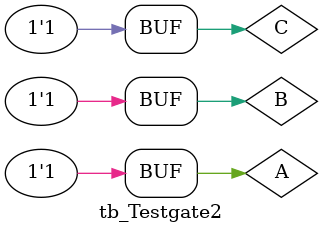
<source format=v>
`timescale 1ns/10ps
/* Test2 게이트 Test2 Bench */
module tb_Testgate2;
  reg A,B,C;
  wire F;
  Testgate2 test2(A, B,C, F);

  //여기부터 waveform을 보기 위한 vcd 파일 작성 코드

  initial
    begin
      $dumpfile("test_Testgate2_out.vcd");
      $dumpvars(0,tb_Testgate2);
      $monitor("%b",F);
    end

    initial
      begin
        A=0; B=0; C=0; #100; //100ns 동안 시간 지연
        A=0; B=0; C=1; #100;
        A=0; B=1; C=0; #100;
        A=0; B=1; C=1; #100;
        A=1; B=0; C=0; #100;
        A=1; B=0; C=1; #100;
        A=1; B=1; C=0; #100;
        A=1; B=1; C=1; #100;

      end
endmodule

</source>
